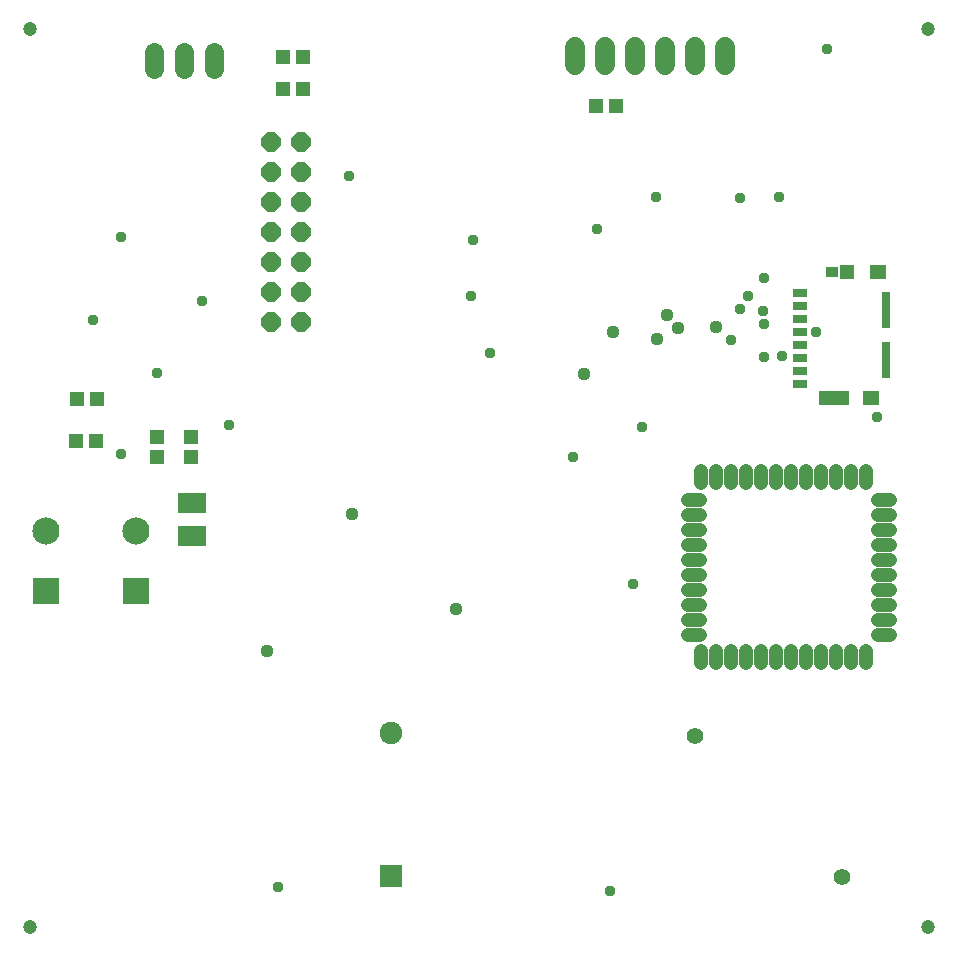
<source format=gbr>
G04 EAGLE Gerber RS-274X export*
G75*
%MOMM*%
%FSLAX34Y34*%
%LPD*%
%INSoldermask Bottom*%
%IPPOS*%
%AMOC8*
5,1,8,0,0,1.08239X$1,22.5*%
G01*
%ADD10C,1.203200*%
%ADD11R,1.203200X1.303200*%
%ADD12R,1.303200X1.203200*%
%ADD13R,1.917700X1.917700*%
%ADD14C,1.917700*%
%ADD15R,1.203200X0.703200*%
%ADD16R,2.593200X1.253200*%
%ADD17R,1.403200X1.253200*%
%ADD18R,0.983200X0.923200*%
%ADD19R,1.283200X1.253200*%
%ADD20R,0.753200X3.113200*%
%ADD21R,2.303200X2.303200*%
%ADD22C,2.303200*%
%ADD23R,2.403200X1.803200*%
%ADD24C,1.727200*%
%ADD25C,1.211200*%
%ADD26P,1.759533X8X292.500000*%
%ADD27C,1.625600*%
%ADD28C,1.409600*%
%ADD29C,1.109600*%
%ADD30C,0.959600*%


D10*
X780000Y20000D03*
X20000Y20100D03*
X20100Y780000D03*
X780000Y780000D03*
D11*
X127400Y435300D03*
X127400Y418300D03*
D12*
X59100Y431700D03*
X76100Y431700D03*
X59500Y467300D03*
X76500Y467300D03*
D11*
X156200Y435200D03*
X156200Y418200D03*
D13*
X326100Y63100D03*
D14*
X326100Y184004D03*
D15*
X672350Y557100D03*
X672350Y546100D03*
X672350Y535100D03*
X672350Y524100D03*
X672350Y513100D03*
X672350Y502100D03*
X672350Y491100D03*
X672350Y480100D03*
D16*
X700400Y468350D03*
D17*
X732250Y468350D03*
D18*
X699150Y574700D03*
D19*
X711850Y574850D03*
D17*
X737950Y574850D03*
D20*
X744700Y500150D03*
X744700Y542050D03*
D21*
X33400Y304500D03*
D22*
X33400Y355300D03*
D21*
X109600Y304500D03*
D22*
X109600Y355300D03*
D23*
X157500Y351100D03*
X157500Y379100D03*
D11*
X499400Y715100D03*
X516400Y715100D03*
D24*
X481100Y749780D02*
X481100Y765020D01*
X506500Y765020D02*
X506500Y749780D01*
X531900Y749780D02*
X531900Y765020D01*
X557300Y765020D02*
X557300Y749780D01*
X582700Y749780D02*
X582700Y765020D01*
X608100Y765020D02*
X608100Y749780D01*
D25*
X727900Y405740D02*
X727900Y395660D01*
X715200Y395660D02*
X715200Y405740D01*
X702500Y405740D02*
X702500Y395660D01*
X689800Y395660D02*
X689800Y405740D01*
X677100Y405740D02*
X677100Y395660D01*
X664400Y395660D02*
X664400Y405740D01*
X651700Y405740D02*
X651700Y395660D01*
X639000Y395660D02*
X639000Y405740D01*
X626300Y405740D02*
X626300Y395660D01*
X613600Y395660D02*
X613600Y405740D01*
X600900Y405740D02*
X600900Y395660D01*
X588200Y395660D02*
X588200Y405740D01*
X586940Y381700D02*
X576860Y381700D01*
X576860Y369000D02*
X586940Y369000D01*
X586940Y356300D02*
X576860Y356300D01*
X576860Y343600D02*
X586940Y343600D01*
X586940Y330900D02*
X576860Y330900D01*
X576860Y318200D02*
X586940Y318200D01*
X586940Y305500D02*
X576860Y305500D01*
X576860Y292800D02*
X586940Y292800D01*
X586940Y280100D02*
X576860Y280100D01*
X576860Y267400D02*
X586940Y267400D01*
X727900Y253540D02*
X727900Y243460D01*
X715200Y243460D02*
X715200Y253540D01*
X702500Y253540D02*
X702500Y243460D01*
X689800Y243460D02*
X689800Y253540D01*
X677100Y253540D02*
X677100Y243460D01*
X664400Y243460D02*
X664400Y253540D01*
X651700Y253540D02*
X651700Y243460D01*
X639000Y243460D02*
X639000Y253540D01*
X626300Y253540D02*
X626300Y243460D01*
X613600Y243460D02*
X613600Y253540D01*
X600900Y253540D02*
X600900Y243460D01*
X588200Y243460D02*
X588200Y253540D01*
X737860Y267400D02*
X747940Y267400D01*
X747940Y280100D02*
X737860Y280100D01*
X737860Y292800D02*
X747940Y292800D01*
X747940Y305500D02*
X737860Y305500D01*
X737860Y318200D02*
X747940Y318200D01*
X747940Y330900D02*
X737860Y330900D01*
X737860Y343600D02*
X747940Y343600D01*
X747940Y356300D02*
X737860Y356300D01*
X737860Y369000D02*
X747940Y369000D01*
X747940Y381700D02*
X737860Y381700D01*
D26*
X223800Y684500D03*
X249200Y684500D03*
X223800Y659100D03*
X249200Y659100D03*
X223800Y633700D03*
X249200Y633700D03*
X223800Y608300D03*
X249200Y608300D03*
X223800Y582900D03*
X249200Y582900D03*
X223800Y557500D03*
X249200Y557500D03*
X223800Y532100D03*
X249200Y532100D03*
D12*
X234600Y729300D03*
X251600Y729300D03*
X234600Y756800D03*
X251600Y756800D03*
D27*
X125300Y760612D02*
X125300Y746388D01*
X150700Y746388D02*
X150700Y760612D01*
X176100Y760612D02*
X176100Y746388D01*
D28*
X707300Y62700D03*
X583500Y181600D03*
D29*
X221100Y254100D03*
X380600Y289300D03*
X292600Y369600D03*
D30*
X695200Y763700D03*
X654500Y638000D03*
X229900Y53900D03*
X530200Y310200D03*
X736900Y451600D03*
X511500Y50600D03*
X627830Y554700D03*
X479500Y417700D03*
X537900Y443300D03*
X500500Y611370D03*
X394900Y601700D03*
X393800Y554400D03*
X409200Y506000D03*
X685300Y523600D03*
X621000Y542900D03*
X621000Y637700D03*
D29*
X513700Y523600D03*
D30*
X550000Y638000D03*
D29*
X489500Y487900D03*
D30*
X656700Y503800D03*
X641300Y502600D03*
X641300Y530700D03*
X641480Y569800D03*
X290400Y655600D03*
X613800Y517000D03*
D29*
X600800Y528300D03*
X568700Y527400D03*
X559200Y537900D03*
X550900Y517900D03*
D30*
X127600Y489354D03*
X73100Y534100D03*
X96800Y420200D03*
X188300Y444900D03*
X96800Y603900D03*
X165300Y550300D03*
X641000Y541600D03*
M02*

</source>
